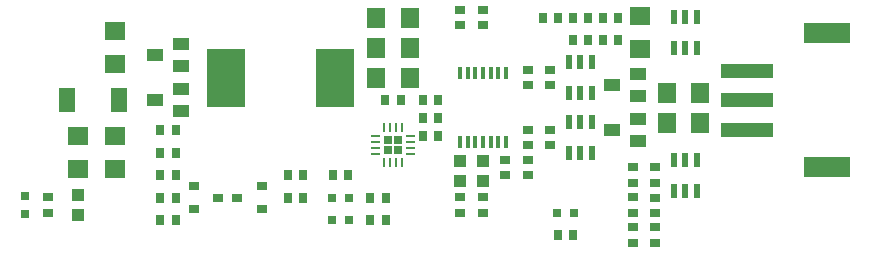
<source format=gbr>
G04 EAGLE Gerber RS-274X export*
G75*
%MOMM*%
%FSLAX34Y34*%
%LPD*%
%INSolderpaste Top*%
%IPPOS*%
%AMOC8*
5,1,8,0,0,1.08239X$1,22.5*%
G01*
%ADD10R,4.500000X1.300000*%
%ADD11R,3.900000X1.800000*%
%ADD12R,1.000000X1.100000*%
%ADD13R,0.700000X0.900000*%
%ADD14R,1.800000X1.600000*%
%ADD15R,1.600000X1.800000*%
%ADD16R,1.400000X2.100000*%
%ADD17R,0.900000X0.800000*%
%ADD18R,3.250000X5.000000*%
%ADD19R,1.803000X1.600000*%
%ADD20R,0.900000X0.700000*%
%ADD21R,1.600000X1.803000*%
%ADD22C,0.250000*%
%ADD23R,0.700000X0.700000*%
%ADD24R,0.250000X0.650000*%
%ADD25R,0.650000X0.250000*%
%ADD26R,0.800000X0.800000*%
%ADD27R,0.550000X1.200000*%
%ADD28R,1.400000X1.000000*%
%ADD29R,0.304800X0.990600*%
%ADD30R,1.100000X1.000000*%


D10*
X636400Y139700D03*
X636400Y164700D03*
X636400Y114700D03*
D11*
X704400Y196700D03*
X704400Y82700D03*
D12*
X69850Y59300D03*
X69850Y42300D03*
D13*
X374800Y124460D03*
X361800Y124460D03*
D14*
X101600Y109250D03*
X101600Y81250D03*
D13*
X330050Y139700D03*
X343050Y139700D03*
X247500Y57150D03*
X260500Y57150D03*
X139550Y76200D03*
X152550Y76200D03*
X260500Y76200D03*
X247500Y76200D03*
D14*
X101600Y170150D03*
X101600Y198150D03*
D15*
X350550Y209550D03*
X322550Y209550D03*
X350550Y184150D03*
X322550Y184150D03*
D16*
X60550Y139700D03*
X104550Y139700D03*
D17*
X225900Y47650D03*
X225900Y66650D03*
X204900Y57150D03*
D18*
X195050Y158750D03*
X287550Y158750D03*
D17*
X167800Y66650D03*
X167800Y47650D03*
X188800Y57150D03*
D19*
X69850Y109470D03*
X69850Y81030D03*
D13*
X361800Y109220D03*
X374800Y109220D03*
X374800Y139700D03*
X361800Y139700D03*
X152550Y38100D03*
X139550Y38100D03*
X285600Y76200D03*
X298600Y76200D03*
X152550Y114300D03*
X139550Y114300D03*
X152550Y95250D03*
X139550Y95250D03*
D20*
X412750Y44300D03*
X412750Y57300D03*
D13*
X139550Y57150D03*
X152550Y57150D03*
D20*
X393700Y57300D03*
X393700Y44300D03*
D21*
X350770Y158750D03*
X322330Y158750D03*
D22*
X329050Y89600D03*
X334050Y89600D03*
X339050Y89600D03*
X344050Y89600D03*
X348550Y94100D03*
X348550Y99100D03*
X348550Y104100D03*
X348550Y109100D03*
X344050Y113600D03*
X339050Y113600D03*
X334050Y113600D03*
X329050Y113600D03*
X324550Y109100D03*
X324550Y104100D03*
X324550Y99100D03*
X324550Y94100D03*
D23*
X332050Y97100D03*
D24*
X329050Y86350D03*
X334050Y86350D03*
X339050Y86350D03*
X344050Y86350D03*
D25*
X351800Y94100D03*
X351800Y99100D03*
X351800Y104100D03*
X351800Y109100D03*
D24*
X344050Y116850D03*
X339050Y116850D03*
X334050Y116850D03*
X329050Y116850D03*
D25*
X321300Y109100D03*
X321300Y104100D03*
X321300Y99100D03*
X321300Y94100D03*
D23*
X341050Y97100D03*
X341050Y106100D03*
X332050Y106100D03*
D26*
X299600Y57150D03*
X284600Y57150D03*
X299600Y38100D03*
X284600Y38100D03*
X490100Y44450D03*
X475100Y44450D03*
X25400Y43300D03*
X25400Y58300D03*
D13*
X317350Y57150D03*
X330350Y57150D03*
X317350Y38100D03*
X330350Y38100D03*
X476100Y25400D03*
X489100Y25400D03*
D20*
X44450Y44300D03*
X44450Y57300D03*
X412750Y203050D03*
X412750Y216050D03*
X393700Y203050D03*
X393700Y216050D03*
D27*
X504800Y120950D03*
X495300Y120950D03*
X485800Y120950D03*
X485800Y94950D03*
X495300Y94950D03*
X504800Y94950D03*
X504800Y171750D03*
X495300Y171750D03*
X485800Y171750D03*
X485800Y145750D03*
X495300Y145750D03*
X504800Y145750D03*
D28*
X522400Y114300D03*
X544400Y123800D03*
X544400Y104800D03*
X522400Y152400D03*
X544400Y161900D03*
X544400Y142900D03*
X135050Y139700D03*
X157050Y149200D03*
X157050Y130200D03*
X135050Y177800D03*
X157050Y187300D03*
X157050Y168300D03*
D21*
X596900Y120650D03*
X568460Y120650D03*
X596900Y146050D03*
X568460Y146050D03*
D20*
X469900Y114450D03*
X469900Y101450D03*
X469900Y165250D03*
X469900Y152250D03*
X450850Y101450D03*
X450850Y114450D03*
X450850Y152250D03*
X450850Y165250D03*
D27*
X593700Y89200D03*
X584200Y89200D03*
X574700Y89200D03*
X574700Y63200D03*
X584200Y63200D03*
X593700Y63200D03*
D20*
X558800Y32050D03*
X558800Y19050D03*
X558800Y44150D03*
X558800Y57150D03*
X539750Y82850D03*
X539750Y69850D03*
D27*
X574700Y183850D03*
X584200Y183850D03*
X593700Y183850D03*
X593700Y209850D03*
X584200Y209850D03*
X574700Y209850D03*
D20*
X558800Y82700D03*
X558800Y69700D03*
X539750Y44300D03*
X539750Y57300D03*
X539750Y18900D03*
X539750Y31900D03*
D29*
X393250Y104172D03*
X399750Y104172D03*
X406250Y104172D03*
X412750Y104172D03*
X419250Y104172D03*
X425750Y104172D03*
X432250Y104172D03*
X432250Y162528D03*
X425750Y162528D03*
X419250Y162528D03*
X412750Y162528D03*
X406250Y162528D03*
X399750Y162528D03*
X393250Y162528D03*
D19*
X546100Y182630D03*
X546100Y211070D03*
D13*
X463400Y209550D03*
X476400Y209550D03*
X488800Y209550D03*
X501800Y209550D03*
X488800Y190500D03*
X501800Y190500D03*
X527200Y190500D03*
X514200Y190500D03*
X527200Y209550D03*
X514200Y209550D03*
D20*
X450850Y89050D03*
X450850Y76050D03*
X431800Y89050D03*
X431800Y76050D03*
D30*
X393700Y71510D03*
X393700Y88510D03*
X412750Y88510D03*
X412750Y71510D03*
M02*

</source>
